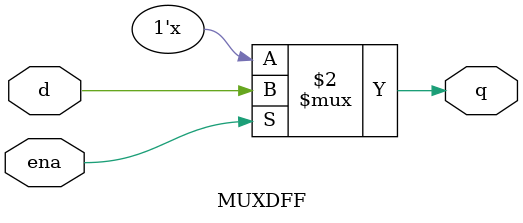
<source format=v>
module exams_2014_q4b(
	input [3:0] SW,
	input [3:0] KEY,
	output [3:0] LEDR
);
	// 4-bit shift register with submodules containing two 2-1 muxes at DFF input
	// implemented on DE2 board
	wire [3:0] q;
	// cicuit ordered 3 down to 0
	MUXDFF u3(KEY[0], KEY[3], SW[3], KEY[1], KEY[2], q[3]);
	MUXDFF u2(KEY[0], q[3], SW[2], KEY[1], KEY[2], q[2]);
	MUXDFF u1(KEY[0], q[2], SW[1], KEY[1], KEY[2], q[1]);
	MUXDFF u0(KEY[0], q[1], SW[0], KEY[1], KEY[2], q[0]);
   assign LEDR = q;
	
endmodule
	
module MUXDFF(
	input d,
	input ena,
	output reg q
);
	// module copied from m2014_q4b
	always @(*) begin
		if (ena)
			q <= d;
	end
	
endmodule

</source>
